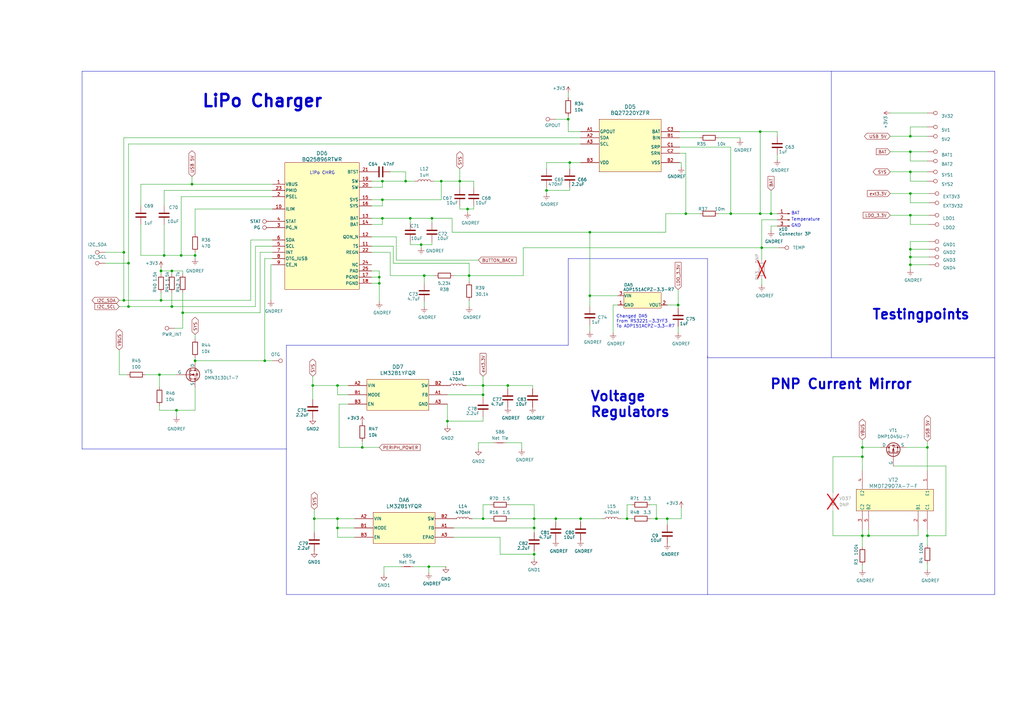
<source format=kicad_sch>
(kicad_sch (version 20250114) (generator "eeschema") (generator_version "9.0")
  (paper "A3")
  (title_block (title "Flipper Device DIY") (rev "13.F7B9C6") (company "Originally from : Flipper Devices Inc.") (comment 1 "DIY Version 1.0"))
  (lib_symbols
    (symbol "BQ25896RTWR:BQ25896RTWR" (pin_names (offset 0.254))
      (property "Reference" "DD6" (at 0 38.1 0))
      (property "Value" "BQ25896RTWR" (at 0 35.56 0))
      (symbol "BQ25896RTWR_0_1"
        (pin power_in line (at -20.32 25.4 0) (length 5.08) (name "VBUS") (number "1"))
        (pin output line (at -20.32 22.86 0) (length 5.08) (name "PMID") (number "23"))
        (pin input line (at -20.32 20.32 0) (length 5.08) (name "PSEL") (number "2"))
        (pin input line (at -20.32 15.24 0) (length 5.08) (name "ILIM") (number "10"))
        (pin open_collector line (at -20.32 10.16 0) (length 5.08) (name "STAT") (number "4"))
        (pin bidirectional line (at -20.32 2.54 0) (length 5.08) (name "SDA") (number "6"))
        (pin input line (at -20.32 0 0) (length 5.08) (name "SCL") (number "5"))
        (pin bidirectional line (at -20.32 -2.54 0) (length 5.08) (name "INT") (number "7"))
        (pin input line (at -20.32 -5.08 0) (length 5.08) (name "OTG_IUSB") (number "8"))
        (pin input line (at -20.32 -7.62 0) (length 5.08) (name "CE_N") (number "9"))
        (pin power_in line (at 20.32 30.48 180) (length 5.08) (name "BTST") (number "21"))
        (pin power_in line (at 20.32 26.67 180) (length 5.08) (name "SW") (number "19"))
        (pin power_in line (at 20.32 24.13 180) (length 5.08) (name "SW") (number "20"))
        (pin input line (at 20.32 19.05 180) (length 5.08) (name "SYS") (number "15"))
        (pin input line (at 20.32 16.51 180) (length 5.08) (name "SYS") (number "16"))
        (pin power_in line (at 20.32 11.43 180) (length 5.08) (name "BAT") (number "13"))
        (pin power_in line (at 20.32 8.89 180) (length 5.08) (name "BAT") (number "14"))
        (pin input line (at 20.32 3.81 180) (length 5.08) (name "QON_N") (number "12"))
        (pin input line (at 20.32 0 180) (length 5.08) (name "TS") (number "11"))
        (pin power_in line (at 20.32 -2.54 180) (length 5.08) (name "REGN") (number "22"))
        (pin unspecified line (at 20.32 -7.62 180) (length 5.08) (name "NC") (number "24"))
        (pin power_in line (at 20.32 -10.16 180) (length 5.08) (name "PAD") (number "25"))
        (pin power_in line (at 20.32 -12.7 180) (length 5.08) (name "PGND") (number "17"))
        (pin power_in line (at 20.32 -15.24 180) (length 5.08) (name "PGND") (number "18"))
      )
      (symbol "BQ25896RTWR_1_1"
        (pin open_collector line (at -20.32 7.62 0) (length 5.08) (name "PG_N") (number "3"))
      )
    )
    (symbol "BQ27220YZFR:BQ27220YZFR" (pin_names (offset 0.254))
      (property "Reference" "DD5" (at 20.32 10.16 0))
      (property "Value" "BQ27220YZFR" (at 20.32 7.62 0))
      (symbol "BQ27220YZFR_0_1"
        (pin output line (at 0 0 0) (length 7.62) (name "GPOUT") (number "A1"))
        (pin bidirectional line (at 0 -2.54 0) (length 7.62) (name "SDA") (number "A2"))
        (pin bidirectional line (at 0 -5.08 0) (length 7.62) (name "SCL") (number "A3"))
        (pin power_in line (at 0 -12.7 0) (length 7.62) (name "VDD") (number "B3"))
        (pin input line (at 40.64 0 180) (length 7.62) (name "BAT") (number "C3"))
        (pin input line (at 40.64 -6.35 180) (length 7.62) (name "SRP") (number "C1"))
        (pin input line (at 40.64 -8.89 180) (length 7.62) (name "SRN") (number "C2"))
        (pin power_in line (at 40.64 -12.7 180) (length 7.62) (name "VSS") (number "B2"))
      )
      (symbol "BQ27220YZFR_1_1"
        (pin input line (at 40.64 -2.54 180) (length 7.62) (name "BIN") (number "B1"))
      )
    )
    (symbol "Connector2:Conn_01x03_Male" (pin_names (offset 1.016) (hide yes))
      (property "Reference" "J" (at 0 5.08 0))
      (property "Value" "Conn_01x03_Male" (at 0 -5.08 0))
      (symbol "Conn_01x03_Male_1_1"
        (pin passive line (at 5.08 2.54 180) (length 3.81) (name "Pin_1") (number "1"))
        (pin passive line (at 5.08 0 180) (length 3.81) (name "Pin_2") (number "2"))
        (pin passive line (at 5.08 -2.54 180) (length 3.81) (name "Pin_3") (number "3"))
      )
    )
    (symbol "Connector:TestPoint" (pin_numbers (hide yes)) (pin_names (offset 0.762) (hide yes))
      (property "Reference" "TP" (at 0 6.858 0))
      (property "Value" "TestPoint" (at 0 5.08 0))
      (symbol "TestPoint_1_1"
        (pin passive line (at 0 0 90) (length 2.54) (name "1") (number "1"))
      )
    )
    (symbol "Device:C" (pin_numbers (hide yes)) (pin_names (offset 0.254))
      (property "Reference" "C" (at 0.635 2.54 0))
      (property "Value" "C" (at 0.635 -2.54 0))
      (symbol "C_1_1"
        (pin passive line (at 0 3.81 270) (length 2.794) (name "~") (number "1"))
        (pin passive line (at 0 -3.81 90) (length 2.794) (name "~") (number "2"))
      )
    )
    (symbol "Device:D" (pin_numbers (hide yes)) (pin_names (offset 1.016) (hide yes))
      (property "Reference" "D" (at 0 2.54 0))
      (property "Value" "D" (at 0 -2.54 0))
      (symbol "D_1_1"
        (pin passive line (at -3.81 0 0) (length 2.54) (name "K") (number "1"))
        (pin passive line (at 3.81 0 180) (length 2.54) (name "A") (number "2"))
      )
    )
    (symbol "Device:L" (pin_numbers (hide yes)) (pin_names (offset 1.016) (hide yes))
      (property "Reference" "L" (at -1.27 0 90))
      (property "Value" "L" (at 1.905 0 90))
      (symbol "L_1_1"
        (pin passive line (at 0 3.81 270) (length 1.27) (name "1") (number "1"))
        (pin passive line (at 0 -3.81 90) (length 1.27) (name "2") (number "2"))
      )
    )
    (symbol "Device:NetTie_2" (pin_numbers (hide yes)) (pin_names (offset 0) (hide yes)) (in_bom no)
      (property "Reference" "NT" (at 0 1.27 0))
      (property "Value" "NetTie_2" (at 0 -1.27 0))
      (symbol "NetTie_2_1_1"
        (pin passive line (at -2.54 0 0) (length 2.54) (name "1") (number "1"))
        (pin passive line (at 2.54 0 180) (length 2.54) (name "2") (number "2"))
      )
    )
    (symbol "Device:R" (pin_numbers (hide yes)) (pin_names (offset 0))
      (property "Reference" "R" (at 2.032 0 90))
      (property "Value" "R" (at 0 0 90))
      (symbol "R_1_1"
        (pin passive line (at 0 3.81 270) (length 1.27) (name "~") (number "1"))
        (pin passive line (at 0 -3.81 90) (length 1.27) (name "~") (number "2"))
      )
    )
    (symbol "Flipper_Zero_Lib:RS3221-3.3YF3" (pin_names (offset 0.0001))
      (property "Reference" "DA5" (at -5.715 1.905 0))
      (property "Value" "ADP151ACPZ-3.3-R7" (at 2.54 0 0))
      (symbol "RS3221-3.3YF3_1_1"
        (pin input line (at -10.16 -2.54 0) (length 2.54) (name "VIN") (number "3"))
        (pin output line (at -10.16 -6.35 0) (length 2.54) (name "GND") (number "1"))
        (pin output line (at 10.16 -6.35 180) (length 2.54) (name "VOUT") (number "2"))
      )
    )
    (symbol "LM3281YFQR:LM3281YFQR" (pin_names (offset 0.254))
      (property "Reference" "U1" (at 20.32 10.16 0))
      (property "Value" "LM3281YFQR" (at 20.32 7.62 0))
      (symbol "LM3281YFQR_0_1"
        (pin input line (at 0 2.54 0) (length 7.62) (name "VIN") (number "A2"))
        (pin unspecified line (at 0 -1.27 0) (length 7.62) (name "MODE") (number "B1"))
        (pin unspecified line (at 40.64 2.54 180) (length 7.62) (name "SW") (number "B2"))
        (pin output line (at 40.64 -1.27 180) (length 7.62) (name "FB") (number "A1"))
      )
      (symbol "LM3281YFQR_1_1"
        (pin unspecified line (at 0 -5.08 0) (length 7.62) (name "EN") (number "B3"))
        (pin unspecified line (at 40.64 -5.08 180) (length 7.62) (name "EPAD") (number "A3"))
      )
    )
    (symbol "LM3281YFQR_1" (pin_names (offset 0.254))
      (property "Reference" "DD7" (at 20.32 10.16 0))
      (property "Value" "LM3281YFQR" (at 20.32 7.62 0))
      (symbol "LM3281YFQR_1_0_1"
        (pin input line (at 0 2.54 0) (length 7.62) (name "VIN") (number "A2"))
        (pin unspecified line (at 0 -1.27 0) (length 7.62) (name "MODE") (number "B1"))
        (pin unspecified line (at 40.64 2.54 180) (length 7.62) (name "SW") (number "B2"))
        (pin output line (at 40.64 -1.27 180) (length 7.62) (name "FB") (number "A1"))
      )
      (symbol "LM3281YFQR_1_1_1"
        (pin unspecified line (at 0 -5.08 0) (length 7.62) (name "EN") (number "B3"))
        (pin unspecified line (at 40.64 -5.08 180) (length 7.62) (name "GND") (number "A3"))
      )
    )
    (symbol "MMDT2907A-7-F:MMDT2907A-7-F" (pin_names (offset 0.254))
      (property "Reference" "U3" (at 55.88 6.35 0))
      (property "Value" "MMDT2907A-7-F" (at 55.88 3.81 0))
      (symbol "MMDT2907A-7-F_0_1"
        (pin unspecified line (at 12.7 16.51 270) (length 7.62) (name "E2") (number "4"))
        (pin unspecified line (at 12.7 -7.62 90) (length 7.62) (name "C2") (number "3"))
        (pin unspecified line (at 15.24 -7.62 90) (length 7.62) (name "B2") (number "5"))
        (pin unspecified line (at 35.56 -7.62 90) (length 7.62) (name "B1") (number "2"))
        (pin unspecified line (at 39.37 16.51 270) (length 7.62) (name "E1") (number "1"))
        (pin unspecified line (at 39.37 -7.62 90) (length 7.62) (name "C1") (number "6"))
      )
    )
    (symbol "Simulation_SPICE:NMOS" (pin_numbers (hide yes)) (pin_names (offset 0))
      (property "Reference" "Q" (at 5.08 1.27 0))
      (property "Value" "NMOS" (at 5.08 -1.27 0))
      (symbol "NMOS_1_1"
        (pin input line (at -5.08 0 0) (length 2.54) (name "G") (number "2"))
        (pin passive line (at 2.54 5.08 270) (length 2.54) (name "D") (number "1"))
        (pin passive line (at 2.54 -5.08 90) (length 2.54) (name "S") (number "3"))
      )
    )
    (symbol "Simulation_SPICE:PMOS" (pin_numbers (hide yes)) (pin_names (offset 0))
      (property "Reference" "Q" (at 5.08 1.27 0))
      (property "Value" "PMOS" (at 5.08 -1.27 0))
      (symbol "PMOS_1_1"
        (pin input line (at -5.08 0 0) (length 2.54) (name "G") (number "2"))
        (pin passive line (at 2.54 5.08 270) (length 2.54) (name "D") (number "1"))
        (pin passive line (at 2.54 -5.08 90) (length 2.54) (name "S") (number "3"))
      )
    )
    (symbol "power:+3V3" (power) (pin_names (offset 0))
      (property "Value" "+3V3" (at 0 3.556 0))
      (symbol "+3V3_1_1"
        (pin power_in line (at 0 0 90) (length 0) (hide yes) (name "+3V3") (number "1"))
      )
    )
    (symbol "power:GND" (power) (pin_numbers (hide yes)) (pin_names (offset 0) (hide yes))
      (property "Value" "GND" (at 0 -3.81 0))
      (symbol "GND_1_1"
        (pin power_in line (at 0 0 270) (length 0) (name "~") (number "1"))
      )
    )
    (symbol "power:GND1" (power) (pin_names (offset 0))
      (property "Value" "GND1" (at 0 -3.81 0))
      (symbol "GND1_1_1"
        (pin power_in line (at 0 0 270) (length 0) (hide yes) (name "GND1") (number "1"))
      )
    )
    (symbol "power:GND2" (power) (pin_names (offset 0))
      (property "Value" "GND2" (at 0 -3.81 0))
      (symbol "GND2_1_1"
        (pin power_in line (at 0 0 270) (length 0) (hide yes) (name "GND2") (number "1"))
      )
    )
    (symbol "power:GNDREF" (power) (pin_names (offset 0))
      (property "Value" "GNDREF" (at 0 -3.81 0))
      (symbol "GNDREF_1_1"
        (pin power_in line (at 0 0 270) (length 0) (hide yes) (name "GNDREF") (number "1"))
      )
    )
  )
  (text "LiPo CHRG" (at 127 71.755 0) (effects (font (size 1.27 1.27)) (justify left bottom)))
  (text "PNP Current Mirror" (at 315.595 160.02 0) (effects (font (size 4 4) (bold yes)) (justify left bottom)))
  (text "GND" (at 324.485 93.345 0) (effects (font (size 1.27 1.27)) (justify left bottom)))
  (text "BAT" (at 324.485 88.265 0) (effects (font (size 1.27 1.27)) (justify left bottom)))
  (text "Testingpoints" (at 357.505 131.445 0) (effects (font (size 4 4) (bold yes)) (justify left bottom)))
  (text "Changed DA5 \nFrom RS3221-3.3YF3\nTo ADP151ACPZ-3.3-R7\n" (at 252.73 134.62 0) (effects (font (size 1.27 1.27)) (justify left bottom)))
  (text "Voltage\nRegulators" (at 241.935 171.45 0) (effects (font (size 4 4) (thickness 0.8) (bold yes)) (justify left bottom)))
  (text "LiPo Charger" (at 82.55 44.45 0) (effects (font (size 5 5) (thickness 1) (bold yes)) (justify left bottom)))
  (text "Temperature" (at 324.485 90.805 0) (effects (font (size 1.27 1.27)) (justify left bottom)))
  (junction (at 219.075 227.33))
  (junction (at 373.38 105.41))
  (junction (at 52.705 107.95))
  (junction (at 74.93 128.27))
  (junction (at 373.38 102.235))
  (junction (at 278.13 125.095))
  (junction (at 50.8 123.19))
  (junction (at 191.77 85.725))
  (junction (at 241.935 121.285))
  (junction (at 138.43 216.535))
  (junction (at 172.72 100.33))
  (junction (at 311.785 87.63))
  (junction (at 353.695 183.515))
  (junction (at 198.12 161.925))
  (junction (at 373.38 62.23))
  (junction (at 156.845 89.535))
  (junction (at 311.785 53.975))
  (junction (at 70.485 111.125))
  (junction (at 257.175 212.725))
  (junction (at 373.38 79.375))
  (junction (at 80.01 104.775))
  (junction (at 70.485 125.73))
  (junction (at 173.99 113.03))
  (junction (at 269.24 212.725))
  (junction (at 198.12 212.725))
  (junction (at 155.575 113.665))
  (junction (at 233.68 66.675))
  (junction (at 353.695 219.71))
  (junction (at 312.42 101.6))
  (junction (at 219.075 212.725))
  (junction (at 108.585 147.955))
  (junction (at 227.965 212.725))
  (junction (at 65.405 153.67))
  (junction (at 66.04 123.19))
  (junction (at 219.075 216.535))
  (junction (at 52.705 125.73))
  (junction (at 177.165 89.535))
  (junction (at 128.27 158.115))
  (junction (at 183.515 172.72))
  (junction (at 74.295 104.775))
  (junction (at 192.405 113.03))
  (junction (at 180.975 74.295))
  (junction (at 78.74 75.565))
  (junction (at 233.045 48.895))
  (junction (at 175.895 232.41))
  (junction (at 373.38 55.88))
  (junction (at 198.12 158.115))
  (junction (at 356.235 219.71))
  (junction (at 373.38 70.485))
  (junction (at 128.905 212.725))
  (junction (at 155.575 116.205))
  (junction (at 156.845 74.295))
  (junction (at 373.38 108.585))
  (junction (at 299.72 87.63))
  (junction (at 80.01 147.955))
  (junction (at 273.685 212.725))
  (junction (at 50.8 103.505))
  (junction (at 67.31 104.775))
  (junction (at 72.39 168.275))
  (junction (at 353.695 187.325))
  (junction (at 166.37 74.295))
  (junction (at 373.38 88.265))
  (junction (at 380.365 183.515))
  (junction (at 188.595 74.295))
  (junction (at 224.155 78.105))
  (junction (at 316.23 87.63))
  (junction (at 168.275 89.535))
  (junction (at 148.59 183.515))
  (junction (at 380.365 219.71))
  (junction (at 208.28 158.115))
  (junction (at 241.935 95.25))
  (junction (at 238.125 212.725))
  (junction (at 66.04 111.125))
  (junction (at 281.305 87.63))
  (junction (at 138.43 212.725))
  (junction (at 138.43 158.115))
  (junction (at 156.845 81.915))
  (wire (pts (xy 373.38 79.375) (xy 381 79.375)))
  (wire (pts (xy 186.055 216.535) (xy 219.075 216.535)))
  (wire (pts (xy 128.27 154.305) (xy 128.27 158.115)))
  (wire (pts (xy 148.59 183.515) (xy 155.575 183.515)))
  (wire (pts (xy 52.705 107.95) (xy 52.705 125.73)))
  (wire (pts (xy 380.365 219.71) (xy 380.365 217.17)))
  (wire (pts (xy 152.4 74.295) (xy 156.845 74.295)))
  (wire (pts (xy 111.125 108.585) (xy 111.125 123.19)))
  (wire (pts (xy 353.695 219.71) (xy 341.63 219.71)))
  (wire (pts (xy 233.68 66.675) (xy 238.125 66.675)))
  (polyline (pts (xy 33.655 29.21) (xy 340.995 29.21)))
  (wire (pts (xy 152.4 92.075) (xy 156.845 92.075)))
  (wire (pts (xy 381 83.185) (xy 373.38 83.185)))
  (wire (pts (xy 380.365 66.04) (xy 373.38 66.04)))
  (wire (pts (xy 192.405 113.03) (xy 186.055 113.03)))
  (wire (pts (xy 341.63 219.71) (xy 341.63 209.55)))
  (wire (pts (xy 78.74 75.565) (xy 111.76 75.565)))
  (wire (pts (xy 273.05 87.63) (xy 281.305 87.63)))
  (wire (pts (xy 139.065 165.735) (xy 142.875 165.735)))
  (wire (pts (xy 233.045 38.1) (xy 233.045 40.005)))
  (wire (pts (xy 111.76 85.725) (xy 80.01 85.725)))
  (wire (pts (xy 106.68 103.505) (xy 106.68 128.27)))
  (wire (pts (xy 74.93 112.395) (xy 74.93 111.125)))
  (wire (pts (xy 183.515 172.72) (xy 183.515 174.625)))
  (wire (pts (xy 257.175 207.01) (xy 257.175 212.725)))
  (wire (pts (xy 380.365 183.515) (xy 371.475 183.515)))
  (wire (pts (xy 161.29 100.965) (xy 161.29 107.95)))
  (wire (pts (xy 183.515 172.72) (xy 183.515 165.735)))
  (wire (pts (xy 155.575 111.125) (xy 155.575 113.665)))
  (wire (pts (xy 188.595 74.295) (xy 180.975 74.295)))
  (wire (pts (xy 219.075 216.535) (xy 219.075 218.44)))
  (wire (pts (xy 311.785 87.63) (xy 316.23 87.63)))
  (wire (pts (xy 186.055 220.345) (xy 205.105 220.345)))
  (wire (pts (xy 155.575 116.205) (xy 155.575 123.825)))
  (wire (pts (xy 194.31 74.295) (xy 188.595 74.295)))
  (wire (pts (xy 80.01 147.955) (xy 80.01 148.59)))
  (wire (pts (xy 376.555 219.71) (xy 356.235 219.71)))
  (wire (pts (xy 128.905 208.915) (xy 128.905 212.725)))
  (wire (pts (xy 233.045 48.895) (xy 227.965 48.895)))
  (wire (pts (xy 365.125 70.485) (xy 373.38 70.485)))
  (wire (pts (xy 156.845 92.075) (xy 156.845 89.535)))
  (wire (pts (xy 273.685 212.725) (xy 279.4 212.725)))
  (wire (pts (xy 380.365 74.295) (xy 373.38 74.295)))
  (wire (pts (xy 185.42 89.535) (xy 185.42 95.25)))
  (wire (pts (xy 380.365 193.04) (xy 380.365 183.515)))
  (wire (pts (xy 169.545 232.41) (xy 175.895 232.41)))
  (wire (pts (xy 233.045 47.625) (xy 233.045 48.895)))
  (wire (pts (xy 177.165 89.535) (xy 185.42 89.535)))
  (wire (pts (xy 50.8 103.505) (xy 50.8 123.19)))
  (wire (pts (xy 233.68 78.105) (xy 233.68 76.835)))
  (wire (pts (xy 162.56 97.155) (xy 162.56 106.68)))
  (wire (pts (xy 299.72 87.63) (xy 311.785 87.63)))
  (wire (pts (xy 208.915 212.725) (xy 219.075 212.725)))
  (wire (pts (xy 373.38 88.265) (xy 381 88.265)))
  (wire (pts (xy 365.125 88.265) (xy 373.38 88.265)))
  (wire (pts (xy 128.905 212.725) (xy 128.905 218.44)))
  (wire (pts (xy 43.18 107.95) (xy 52.705 107.95)))
  (wire (pts (xy 161.29 107.95) (xy 192.405 107.95)))
  (wire (pts (xy 214.63 101.6) (xy 214.63 113.03)))
  (wire (pts (xy 156.845 84.455) (xy 152.4 84.455)))
  (wire (pts (xy 227.965 213.995) (xy 227.965 212.725)))
  (wire (pts (xy 66.04 111.125) (xy 66.04 112.395)))
  (wire (pts (xy 152.4 111.125) (xy 155.575 111.125)))
  (wire (pts (xy 156.845 81.915) (xy 156.845 84.455)))
  (wire (pts (xy 57.785 84.455) (xy 57.785 75.565)))
  (wire (pts (xy 177.165 100.33) (xy 172.72 100.33)))
  (wire (pts (xy 188.595 85.725) (xy 191.77 85.725)))
  (wire (pts (xy 70.485 111.125) (xy 66.04 111.125)))
  (wire (pts (xy 66.04 109.855) (xy 66.04 111.125)))
  (wire (pts (xy 312.42 101.6) (xy 214.63 101.6)))
  (wire (pts (xy 224.155 78.105) (xy 233.68 78.105)))
  (wire (pts (xy 312.42 101.6) (xy 312.42 106.68)))
  (wire (pts (xy 70.485 112.395) (xy 70.485 111.125)))
  (wire (pts (xy 177.165 89.535) (xy 168.275 89.535)))
  (wire (pts (xy 71.755 134.62) (xy 74.93 134.62)))
  (polyline (pts (xy 33.655 184.15) (xy 117.475 184.15)))
  (wire (pts (xy 198.12 158.115) (xy 198.12 161.925)))
  (wire (pts (xy 387.985 191.135) (xy 387.985 219.71)))
  (wire (pts (xy 373.38 62.23) (xy 380.365 62.23)))
  (wire (pts (xy 192.405 115.57) (xy 192.405 113.03)))
  (wire (pts (xy 65.405 168.275) (xy 72.39 168.275)))
  (wire (pts (xy 213.995 181.61) (xy 213.995 184.15)))
  (wire (pts (xy 238.125 56.515) (xy 50.8 56.515)))
  (wire (pts (xy 157.48 232.41) (xy 164.465 232.41)))
  (wire (pts (xy 381 92.075) (xy 373.38 92.075)))
  (wire (pts (xy 273.685 212.725) (xy 269.24 212.725)))
  (wire (pts (xy 156.845 74.295) (xy 166.37 74.295)))
  (wire (pts (xy 318.77 53.975) (xy 318.77 55.88)))
  (wire (pts (xy 380.365 52.07) (xy 373.38 52.07)))
  (wire (pts (xy 50.8 123.19) (xy 66.04 123.19)))
  (wire (pts (xy 238.125 212.725) (xy 247.015 212.725)))
  (polyline (pts (xy 33.655 29.21) (xy 33.655 184.15)))
  (wire (pts (xy 224.155 66.675) (xy 233.68 66.675)))
  (wire (pts (xy 387.985 219.71) (xy 380.365 219.71)))
  (wire (pts (xy 156.845 89.535) (xy 152.4 89.535)))
  (wire (pts (xy 104.775 100.965) (xy 104.775 125.73)))
  (wire (pts (xy 266.7 207.01) (xy 269.24 207.01)))
  (wire (pts (xy 278.765 53.975) (xy 311.785 53.975)))
  (wire (pts (xy 353.695 183.515) (xy 353.695 187.325)))
  (wire (pts (xy 172.72 100.33) (xy 172.72 101.6)))
  (polyline (pts (xy 117.475 184.15) (xy 117.475 141.605)))
  (wire (pts (xy 142.875 161.925) (xy 138.43 161.925)))
  (wire (pts (xy 48.895 143.51) (xy 48.895 153.67)))
  (wire (pts (xy 233.045 53.975) (xy 233.045 48.895)))
  (wire (pts (xy 138.43 161.925) (xy 138.43 158.115)))
  (wire (pts (xy 224.155 76.835) (xy 224.155 78.105)))
  (wire (pts (xy 80.01 168.275) (xy 80.01 158.75)))
  (wire (pts (xy 373.38 99.06) (xy 373.38 102.235)))
  (wire (pts (xy 198.12 172.72) (xy 183.515 172.72)))
  (wire (pts (xy 139.065 183.515) (xy 139.065 165.735)))
  (wire (pts (xy 316.23 87.63) (xy 318.77 87.63)))
  (wire (pts (xy 205.105 227.33) (xy 219.075 227.33)))
  (polyline (pts (xy 117.475 184.15) (xy 117.475 243.84)))
  (wire (pts (xy 72.39 168.275) (xy 72.39 170.815)))
  (wire (pts (xy 251.46 125.095) (xy 251.46 136.525)))
  (wire (pts (xy 281.305 62.865) (xy 278.765 62.865)))
  (wire (pts (xy 52.07 153.67) (xy 48.895 153.67)))
  (wire (pts (xy 74.93 134.62) (xy 74.93 128.27)))
  (wire (pts (xy 208.28 158.115) (xy 208.28 159.385)))
  (wire (pts (xy 341.63 187.325) (xy 353.695 187.325)))
  (wire (pts (xy 353.695 217.17) (xy 353.695 219.71)))
  (wire (pts (xy 152.4 81.915) (xy 156.845 81.915)))
  (wire (pts (xy 241.935 95.25) (xy 273.05 95.25)))
  (wire (pts (xy 145.415 220.345) (xy 138.43 220.345)))
  (wire (pts (xy 312.42 114.3) (xy 312.42 116.84)))
  (wire (pts (xy 183.515 161.925) (xy 198.12 161.925)))
  (wire (pts (xy 192.405 107.95) (xy 192.405 113.03)))
  (wire (pts (xy 156.845 76.835) (xy 156.845 74.295)))
  (wire (pts (xy 138.43 158.115) (xy 142.875 158.115)))
  (wire (pts (xy 74.93 128.27) (xy 74.93 120.015)))
  (wire (pts (xy 168.275 89.535) (xy 156.845 89.535)))
  (wire (pts (xy 111.76 100.965) (xy 104.775 100.965)))
  (wire (pts (xy 180.975 81.915) (xy 156.845 81.915)))
  (wire (pts (xy 52.705 125.73) (xy 48.895 125.73)))
  (wire (pts (xy 198.12 170.815) (xy 198.12 172.72)))
  (wire (pts (xy 188.595 84.455) (xy 188.595 85.725)))
  (wire (pts (xy 66.04 120.015) (xy 66.04 123.19)))
  (wire (pts (xy 316.23 78.105) (xy 316.23 87.63)))
  (wire (pts (xy 177.8 74.295) (xy 180.975 74.295)))
  (wire (pts (xy 219.075 226.06) (xy 219.075 227.33)))
  (wire (pts (xy 224.155 69.215) (xy 224.155 66.675)))
  (wire (pts (xy 191.77 85.725) (xy 191.77 86.995)))
  (wire (pts (xy 373.38 55.88) (xy 380.365 55.88)))
  (wire (pts (xy 180.975 74.295) (xy 180.975 81.915)))
  (wire (pts (xy 111.76 106.045) (xy 108.585 106.045)))
  (wire (pts (xy 57.785 75.565) (xy 78.74 75.565)))
  (wire (pts (xy 198.12 154.305) (xy 198.12 158.115)))
  (polyline (pts (xy 233.045 106.045) (xy 290.195 106.045)))
  (wire (pts (xy 373.38 52.07) (xy 373.38 55.88)))
  (wire (pts (xy 227.965 212.725) (xy 219.075 212.725)))
  (wire (pts (xy 145.415 216.535) (xy 138.43 216.535)))
  (polyline (pts (xy 340.995 146.685) (xy 290.195 146.685)))
  (wire (pts (xy 219.075 227.33) (xy 219.075 229.235)))
  (wire (pts (xy 373.38 83.185) (xy 373.38 79.375)))
  (wire (pts (xy 294.64 56.515) (xy 303.53 56.515)))
  (wire (pts (xy 278.13 125.095) (xy 278.13 126.365)))
  (wire (pts (xy 104.775 125.73) (xy 70.485 125.73)))
  (wire (pts (xy 311.785 53.975) (xy 318.77 53.975)))
  (wire (pts (xy 205.105 220.345) (xy 205.105 227.33)))
  (wire (pts (xy 111.76 103.505) (xy 106.68 103.505)))
  (wire (pts (xy 74.93 111.125) (xy 70.485 111.125)))
  (wire (pts (xy 148.59 183.515) (xy 139.065 183.515)))
  (wire (pts (xy 207.645 181.61) (xy 213.995 181.61)))
  (wire (pts (xy 59.69 153.67) (xy 65.405 153.67)))
  (wire (pts (xy 188.595 74.295) (xy 188.595 76.835)))
  (polyline (pts (xy 117.475 243.84) (xy 290.195 243.84)))
  (wire (pts (xy 312.42 101.6) (xy 319.405 101.6)))
  (wire (pts (xy 311.785 87.63) (xy 311.785 53.975)))
  (wire (pts (xy 341.63 201.93) (xy 341.63 187.325)))
  (wire (pts (xy 278.765 60.325) (xy 299.72 60.325)))
  (wire (pts (xy 238.125 213.995) (xy 238.125 212.725)))
  (wire (pts (xy 198.12 207.01) (xy 198.12 212.725)))
  (wire (pts (xy 373.38 74.295) (xy 373.38 70.485)))
  (polyline (pts (xy 117.475 141.605) (xy 233.045 141.605)))
  (wire (pts (xy 80.01 146.685) (xy 80.01 147.955)))
  (wire (pts (xy 373.38 92.075) (xy 373.38 88.265)))
  (wire (pts (xy 52.705 59.055) (xy 52.705 107.95)))
  (wire (pts (xy 365.125 55.88) (xy 373.38 55.88)))
  (wire (pts (xy 279.4 66.675) (xy 278.765 66.675)))
  (wire (pts (xy 148.59 180.975) (xy 148.59 183.515)))
  (wire (pts (xy 381 99.06) (xy 373.38 99.06)))
  (wire (pts (xy 316.23 92.71) (xy 318.77 92.71)))
  (wire (pts (xy 166.37 70.485) (xy 166.37 74.295)))
  (wire (pts (xy 233.68 66.675) (xy 233.68 69.215)))
  (wire (pts (xy 381 108.585) (xy 373.38 108.585)))
  (wire (pts (xy 238.125 59.055) (xy 52.705 59.055)))
  (wire (pts (xy 50.8 56.515) (xy 50.8 103.505)))
  (wire (pts (xy 65.405 166.37) (xy 65.405 168.275)))
  (wire (pts (xy 172.72 100.33) (xy 168.275 100.33)))
  (wire (pts (xy 361.315 183.515) (xy 353.695 183.515)))
  (wire (pts (xy 241.935 121.285) (xy 241.935 125.73)))
  (wire (pts (xy 177.165 91.44) (xy 177.165 89.535)))
  (wire (pts (xy 365.125 79.375) (xy 373.38 79.375)))
  (wire (pts (xy 373.38 66.04) (xy 373.38 62.23)))
  (wire (pts (xy 373.38 102.235) (xy 373.38 105.41)))
  (wire (pts (xy 198.12 212.725) (xy 201.295 212.725)))
  (wire (pts (xy 166.37 74.295) (xy 170.18 74.295)))
  (wire (pts (xy 155.575 113.665) (xy 155.575 116.205)))
  (wire (pts (xy 152.4 97.155) (xy 162.56 97.155)))
  (polyline (pts (xy 407.9692 146.7064) (xy 407.9817 146.7064)))
  (wire (pts (xy 219.075 207.01) (xy 219.075 212.725)))
  (wire (pts (xy 196.215 181.61) (xy 196.215 184.15)))
  (wire (pts (xy 380.365 219.71) (xy 380.365 223.52)))
  (wire (pts (xy 353.695 180.34) (xy 353.695 183.515)))
  (wire (pts (xy 177.165 99.06) (xy 177.165 100.33)))
  (wire (pts (xy 365.125 62.23) (xy 373.38 62.23)))
  (wire (pts (xy 279.4 68.58) (xy 279.4 66.675)))
  (wire (pts (xy 108.585 147.955) (xy 80.01 147.955)))
  (wire (pts (xy 67.31 92.075) (xy 67.31 104.775)))
  (wire (pts (xy 318.77 90.17) (xy 312.42 90.17)))
  (wire (pts (xy 373.38 108.585) (xy 373.38 110.49)))
  (wire (pts (xy 353.695 219.71) (xy 353.695 224.155)))
  (wire (pts (xy 273.685 125.095) (xy 278.13 125.095)))
  (wire (pts (xy 80.01 137.16) (xy 80.01 139.065)))
  (polyline (pts (xy 233.045 141.605) (xy 233.045 106.045)))
  (polyline (pts (xy 290.195 243.84) (xy 290.195 146.685)))
  (wire (pts (xy 219.075 212.725) (xy 219.075 216.535)))
  (wire (pts (xy 259.08 207.01) (xy 257.175 207.01)))
  (wire (pts (xy 57.785 104.775) (xy 67.31 104.775)))
  (wire (pts (xy 57.785 92.075) (xy 57.785 104.775)))
  (wire (pts (xy 281.305 87.63) (xy 281.305 62.865)))
  (wire (pts (xy 253.365 121.285) (xy 241.935 121.285)))
  (wire (pts (xy 269.24 212.725) (xy 266.7 212.725)))
  (wire (pts (xy 299.72 87.63) (xy 294.64 87.63)))
  (wire (pts (xy 299.72 60.325) (xy 299.72 87.63)))
  (wire (pts (xy 380.365 180.975) (xy 380.365 183.515)))
  (wire (pts (xy 152.4 116.205) (xy 155.575 116.205)))
  (wire (pts (xy 67.31 78.105) (xy 111.76 78.105)))
  (wire (pts (xy 194.31 76.835) (xy 194.31 74.295)))
  (wire (pts (xy 356.235 219.71) (xy 353.695 219.71)))
  (wire (pts (xy 157.48 232.41) (xy 157.48 235.585)))
  (polyline (pts (xy 407.9817 243.84) (xy 407.9817 146.7064)))
  (wire (pts (xy 108.585 106.045) (xy 108.585 147.955)))
  (wire (pts (xy 376.555 217.17) (xy 376.555 219.71)))
  (wire (pts (xy 192.405 123.19) (xy 192.405 125.73)))
  (wire (pts (xy 160.02 70.485) (xy 166.37 70.485)))
  (wire (pts (xy 65.405 153.67) (xy 65.405 158.75)))
  (wire (pts (xy 70.485 120.015) (xy 70.485 125.73)))
  (wire (pts (xy 278.13 133.985) (xy 278.13 136.525)))
  (wire (pts (xy 128.27 158.115) (xy 138.43 158.115)))
  (wire (pts (xy 188.595 69.215) (xy 188.595 74.295)))
  (wire (pts (xy 201.295 207.01) (xy 198.12 207.01)))
  (wire (pts (xy 198.12 161.925) (xy 198.12 163.195)))
  (wire (pts (xy 74.295 80.645) (xy 74.295 104.775)))
  (wire (pts (xy 238.125 212.725) (xy 227.965 212.725)))
  (wire (pts (xy 303.53 56.515) (xy 303.53 57.15)))
  (wire (pts (xy 168.275 91.44) (xy 168.275 89.535)))
  (wire (pts (xy 278.765 56.515) (xy 287.02 56.515)))
  (wire (pts (xy 202.565 181.61) (xy 196.215 181.61)))
  (wire (pts (xy 66.04 123.19) (xy 102.87 123.19)))
  (wire (pts (xy 381 102.235) (xy 373.38 102.235)))
  (wire (pts (xy 152.4 100.965) (xy 161.29 100.965)))
  (wire (pts (xy 198.12 158.115) (xy 208.28 158.115)))
  (wire (pts (xy 193.675 212.725) (xy 198.12 212.725)))
  (wire (pts (xy 173.99 113.03) (xy 173.99 116.205)))
  (wire (pts (xy 218.44 158.115) (xy 218.44 159.385)))
  (wire (pts (xy 178.435 113.03) (xy 173.99 113.03)))
  (polyline (pts (xy 290.195 146.685) (xy 290.195 146.05)))
  (wire (pts (xy 128.27 158.115) (xy 128.27 163.83)))
  (wire (pts (xy 241.935 95.25) (xy 241.935 121.285)))
  (wire (pts (xy 48.895 123.19) (xy 50.8 123.19)))
  (wire (pts (xy 365.125 46.355) (xy 380.365 46.355)))
  (wire (pts (xy 74.295 104.775) (xy 80.01 104.775)))
  (wire (pts (xy 273.685 215.265) (xy 273.685 212.725)))
  (wire (pts (xy 78.74 72.39) (xy 78.74 75.565)))
  (wire (pts (xy 80.01 104.775) (xy 80.01 106.045)))
  (polyline (pts (xy 407.9817 29.2314) (xy 407.9817 146.7064)))
  (polyline (pts (xy 290.195 243.84) (xy 407.9817 243.84)))
  (wire (pts (xy 173.99 113.03) (xy 160.02 113.03)))
  (wire (pts (xy 173.99 123.825) (xy 173.99 125.73)))
  (wire (pts (xy 175.895 232.41) (xy 182.88 232.41)))
  (wire (pts (xy 128.905 212.725) (xy 138.43 212.725)))
  (wire (pts (xy 67.31 104.775) (xy 74.295 104.775)))
  (wire (pts (xy 160.02 113.03) (xy 160.02 103.505)))
  (wire (pts (xy 160.02 103.505) (xy 152.4 103.505)))
  (wire (pts (xy 108.585 147.955) (xy 111.76 147.955)))
  (wire (pts (xy 373.38 105.41) (xy 373.38 108.585)))
  (wire (pts (xy 162.56 106.68) (xy 196.215 106.68)))
  (wire (pts (xy 43.18 103.505) (xy 50.8 103.505)))
  (wire (pts (xy 168.275 100.33) (xy 168.275 99.06)))
  (polyline (pts (xy 407.9817 146.7064) (xy 340.995 146.7064)))
  (wire (pts (xy 102.87 123.19) (xy 102.87 98.425)))
  (wire (pts (xy 67.31 84.455) (xy 67.31 78.105)))
  (wire (pts (xy 241.935 133.35) (xy 241.935 135.89)))
  (wire (pts (xy 102.87 98.425) (xy 111.76 98.425)))
  (wire (pts (xy 257.175 212.725) (xy 259.08 212.725)))
  (wire (pts (xy 254.635 212.725) (xy 257.175 212.725)))
  (wire (pts (xy 224.155 78.105) (xy 224.155 79.375)))
  (wire (pts (xy 65.405 153.67) (xy 72.39 153.67)))
  (wire (pts (xy 191.135 158.115) (xy 198.12 158.115)))
  (wire (pts (xy 279.4 212.725) (xy 279.4 208.28)))
  (wire (pts (xy 194.31 85.725) (xy 194.31 84.455)))
  (wire (pts (xy 287.02 87.63) (xy 281.305 87.63)))
  (wire (pts (xy 356.235 217.17) (xy 356.235 219.71)))
  (polyline (pts (xy 290.195 106.045) (xy 290.195 146.685)))
  (wire (pts (xy 353.695 231.775) (xy 353.695 233.68)))
  (wire (pts (xy 381 105.41) (xy 373.38 105.41)))
  (wire (pts (xy 253.365 125.095) (xy 251.46 125.095)))
  (wire (pts (xy 111.76 108.585) (xy 111.125 108.585)))
  (wire (pts (xy 380.365 231.14) (xy 380.365 233.68)))
  (wire (pts (xy 214.63 113.03) (xy 192.405 113.03)))
  (wire (pts (xy 80.01 104.775) (xy 80.01 103.505)))
  (wire (pts (xy 72.39 168.275) (xy 80.01 168.275)))
  (wire (pts (xy 106.68 128.27) (xy 74.93 128.27)))
  (wire (pts (xy 278.13 118.745) (xy 278.13 125.095)))
  (wire (pts (xy 353.695 187.325) (xy 353.695 193.04)))
  (wire (pts (xy 318.77 63.5) (xy 318.77 65.405)))
  (wire (pts (xy 312.42 90.17) (xy 312.42 101.6)))
  (wire (pts (xy 111.76 80.645) (xy 74.295 80.645)))
  (wire (pts (xy 208.915 207.01) (xy 219.075 207.01)))
  (polyline (pts (xy 340.995 29.2314) (xy 407.9817 29.2314)))
  (wire (pts (xy 269.24 207.01) (xy 269.24 212.725)))
  (wire (pts (xy 238.125 53.975) (xy 233.045 53.975)))
  (wire (pts (xy 273.05 95.25) (xy 273.05 87.63)))
  (wire (pts (xy 373.38 70.485) (xy 380.365 70.485)))
  (wire (pts (xy 175.895 232.41) (xy 175.895 234.95)))
  (polyline (pts (xy 340.995 146.685) (xy 340.995 29.21)))
  (wire (pts (xy 138.43 212.725) (xy 145.415 212.725)))
  (wire (pts (xy 191.77 85.725) (xy 194.31 85.725)))
  (wire (pts (xy 70.485 125.73) (xy 52.705 125.73)))
  (wire (pts (xy 316.23 94.615) (xy 316.23 92.71)))
  (wire (pts (xy 152.4 113.665) (xy 155.575 113.665)))
  (wire (pts (xy 138.43 216.535) (xy 138.43 212.725)))
  (wire (pts (xy 185.42 95.25) (xy 241.935 95.25)))
  (wire (pts (xy 80.01 85.725) (xy 80.01 95.885)))
  (wire (pts (xy 152.4 76.835) (xy 156.845 76.835)))
  (wire (pts (xy 366.395 191.135) (xy 387.985 191.135)))
  (wire (pts (xy 138.43 220.345) (xy 138.43 216.535)))
  (wire (pts (xy 208.28 158.115) (xy 218.44 158.115)))
  (global_label "I2C_SDA" (shape bidirectional) (at 48.895 123.19 180) (property "Intersheetrefs" "${INTERSHEET_REFS}" (effects (hide yes))))
  (global_label "LDO_3.3V" (shape input) (at 278.13 118.745 90) (property "Intersheetrefs" "${INTERSHEET_REFS}" (effects (hide yes))))
  (global_label "PERIPH_POWER" (shape input) (at 155.575 183.515 0) (property "Intersheetrefs" "${INTERSHEET_REFS}" (effects (hide yes))))
  (global_label "BAT" (shape input) (at 316.23 78.105 90) (property "Intersheetrefs" "${INTERSHEET_REFS}" (effects (hide yes))))
  (global_label "VBUS" (shape bidirectional) (at 353.695 180.34 90) (property "Intersheetrefs" "${INTERSHEET_REFS}" (effects (hide yes))))
  (global_label "USB 5V" (shape bidirectional) (at 380.365 180.975 90) (property "Intersheetrefs" "${INTERSHEET_REFS}" (effects (hide yes))))
  (global_label "SYS" (shape bidirectional) (at 128.905 208.915 90) (property "Intersheetrefs" "${INTERSHEET_REFS}" (effects (hide yes))))
  (global_label "ext3.3V" (shape input) (at 198.12 154.305 90) (property "Intersheetrefs" "${INTERSHEET_REFS}" (effects (hide yes))))
  (global_label "I2C_SCL" (shape input) (at 48.895 125.73 180) (property "Intersheetrefs" "${INTERSHEET_REFS}" (effects (hide yes))))
  (global_label "USB 5V" (shape bidirectional) (at 365.125 55.88 180) (property "Intersheetrefs" "${INTERSHEET_REFS}" (effects (hide yes))))
  (global_label "SYS" (shape bidirectional) (at 188.595 69.215 90) (property "Intersheetrefs" "${INTERSHEET_REFS}" (effects (hide yes))))
  (global_label "USB 5V" (shape bidirectional) (at 78.74 72.39 90) (property "Intersheetrefs" "${INTERSHEET_REFS}" (effects (hide yes))))
  (global_label "VBUS" (shape bidirectional) (at 48.895 143.51 90) (property "Intersheetrefs" "${INTERSHEET_REFS}" (effects (hide yes))))
  (global_label "SYS" (shape bidirectional) (at 80.01 137.16 90) (property "Intersheetrefs" "${INTERSHEET_REFS}" (effects (hide yes))))
  (global_label "BUTTON_BACK" (shape input) (at 196.215 106.68 0) (property "Intersheetrefs" "${INTERSHEET_REFS}" (effects (hide yes))))
  (global_label "SYS" (shape bidirectional) (at 128.27 154.305 90) (property "Intersheetrefs" "${INTERSHEET_REFS}" (effects (hide yes))))
  (global_label "LDO_3.3V" (shape input) (at 365.125 88.265 180) (property "Intersheetrefs" "${INTERSHEET_REFS}" (effects (hide yes))))
  (global_label "ext3.3V" (shape input) (at 365.125 79.375 180) (property "Intersheetrefs" "${INTERSHEET_REFS}" (effects (hide yes))))
  (global_label "BAT" (shape input) (at 365.125 62.23 180) (property "Intersheetrefs" "${INTERSHEET_REFS}" (effects (hide yes))))
  (global_label "SYS" (shape bidirectional) (at 365.125 70.485 180) (property "Intersheetrefs" "${INTERSHEET_REFS}" (effects (hide yes))))
  (symbol (lib_id "Device:C") (at 194.31 80.645 0) (mirror x) (unit 1)
    (property "Reference" "C68" (at 197.485 81.28 0) (effects (justify left)))
    (property "Value" "10uF" (at 194.945 83.185 0) (effects (justify left)))
    (property "Footprint" "Capacitor_SMD:C_0603_1608Metric" (effects (hide yes)))
  )
  (symbol (lib_id "Connector:TestPoint") (at 380.365 74.295 270) (unit 1)
    (property "Reference" "TP13" (effects (hide yes)))
    (property "Value" "SYS2" (at 386.08 75.565 90) (effects (justify left)))
    (property "Footprint" "TestPoint:TestPoint_Pad_1.0x1.0mm" (effects (hide yes)))
  )
  (symbol (lib_id "Connector:TestPoint") (at 381 99.06 270) (unit 1)
    (property "Reference" "TP18" (effects (hide yes)))
    (property "Value" "GND1" (at 386.715 100.33 90) (effects (justify left)))
    (property "Footprint" "TestPoint:TestPoint_Pad_1.0x1.0mm" (effects (hide yes)))
  )
  (symbol (lib_id "Simulation_SPICE:PMOS") (at 366.395 186.055 90) (unit 1)
    (property "Reference" "VT1" (at 366.395 176.53 90))
    (property "Value" "DMP1045U-7" (at 366.395 179.07 90))
    (property "Footprint" "Package_TO_SOT_SMD:SOT-23-3" (effects (hide yes)))
    (property "Datasheet" "https://ngspice.sourceforge.io/docs/ngspice-manual.pdf" (effects (hide yes)))
    (property "Sim.Device" "PMOS" (effects (hide yes)))
    (property "Sim.Type" "VDMOS" (effects (hide yes)))
    (property "Sim.Pins" "1=D 2=G 3=S" (effects (hide yes)))
  )
  (symbol (lib_id "power:GNDREF") (at 218.44 167.005 0) (unit 1)
    (property "Reference" "#PWR023" (effects (hide yes)))
    (property "Value" "GNDREF" (at 219.71 171.45 0))
  )
  (symbol (lib_id "Device:R") (at 380.365 227.33 180) (unit 1)
    (property "Reference" "R4" (at 377.825 229.87 90))
    (property "Value" "100k" (at 377.825 224.79 90))
    (property "Footprint" "Resistor_SMD:R_0402_1005Metric" (effects (hide yes)))
  )
  (symbol (lib_id "power:+3V3") (at 233.045 38.1 0) (unit 1)
    (property "Reference" "#PWR010" (effects (hide yes)))
    (property "Value" "+3V3" (at 229.235 36.195 0))
  )
  (symbol (lib_id "LM3281YFQR:LM3281YFQR") (at 145.415 215.265 0) (unit 1)
    (property "Reference" "DA6" (at 165.735 205.105 0) (effects (font (size 1.524 1.524))))
    (property "Value" "LM3281YFQR" (at 165.735 207.645 0) (effects (font (size 1.524 1.524))))
    (property "Footprint" "footprints:LM3281YFQR" (effects (hide yes)))
    (property "Datasheet" "LM3281YFQR" (effects (hide yes)))
  )
  (symbol (lib_id "power:GND1") (at 157.48 235.585 0) (unit 1)
    (property "Reference" "#PWR029" (effects (hide yes)))
    (property "Value" "GND1" (at 157.48 240.03 0))
  )
  (symbol (lib_id "power:GNDREF") (at 273.685 222.885 0) (unit 1)
    (property "Reference" "#PWR032" (effects (hide yes)))
    (property "Value" "GNDREF" (at 274.955 227.33 0))
  )
  (symbol (lib_id "power:+3V3") (at 365.125 46.355 90) (unit 1)
    (property "Reference" "#PWR036" (effects (hide yes)))
    (property "Value" "+3V3" (at 363.22 50.165 0))
  )
  (symbol (lib_id "power:GNDREF") (at 192.405 125.73 0) (unit 1)
    (property "Reference" "#PWR07" (effects (hide yes)))
    (property "Value" "GNDREF" (at 193.675 130.175 0))
  )
  (symbol (lib_id "Device:C") (at 224.155 73.025 0) (mirror x) (unit 1)
    (property "Reference" "C65" (at 227.33 73.66 0) (effects (justify left)))
    (property "Value" "470nF" (at 224.79 75.565 0) (effects (justify left)))
    (property "Footprint" "Capacitor_SMD:C_0402_1005Metric" (effects (hide yes)))
  )
  (symbol (lib_id "power:GNDREF") (at 312.42 116.84 0) (unit 1)
    (property "Reference" "#PWR015" (effects (hide yes)))
    (property "Value" "GNDREF" (at 313.69 121.285 0))
  )
  (symbol (lib_id "power:GND") (at 182.88 232.41 0) (unit 1)
    (property "Reference" "#PWR0159" (effects (hide yes)))
    (property "Value" "GND" (at 182.88 237.49 0))
    (property "Description" "Power symbol creates a global label with name \"GND\" , ground" (effects (hide yes)))
  )
  (symbol (lib_id "Connector:TestPoint") (at 227.965 48.895 90) (unit 1)
    (property "Reference" "TP5" (effects (hide yes)))
    (property "Value" "GPOUT" (at 226.695 51.435 90))
    (property "Footprint" "TestPoint:TestPoint_Pad_1.0x1.0mm" (effects (hide yes)))
  )
  (symbol (lib_id "Connector:TestPoint") (at 380.365 62.23 270) (unit 1)
    (property "Reference" "TP10" (effects (hide yes)))
    (property "Value" "BAT1" (at 386.08 63.5 90) (effects (justify left)))
    (property "Footprint" "TestPoint:TestPoint_Pad_1.0x1.0mm" (effects (hide yes)))
  )
  (symbol (lib_id "Connector:TestPoint") (at 381 79.375 270) (unit 1)
    (property "Reference" "TP14" (effects (hide yes)))
    (property "Value" "EXT3V3" (at 386.715 80.645 90) (effects (justify left)))
    (property "Footprint" "TestPoint:TestPoint_Pad_1.0x1.0mm" (effects (hide yes)))
  )
  (symbol (lib_id "power:+3V3") (at 66.04 109.855 0) (unit 1)
    (property "Reference" "#PWR02" (effects (hide yes)))
    (property "Value" "+3V3" (at 62.23 107.95 0))
  )
  (symbol (lib_id "power:GNDREF") (at 173.99 125.73 0) (unit 1)
    (property "Reference" "#PWR08" (effects (hide yes)))
    (property "Value" "GNDREF" (at 175.26 130.175 0))
  )
  (symbol (lib_id "Device:C") (at 233.68 73.025 0) (mirror x) (unit 1)
    (property "Reference" "C66" (at 236.855 73.66 0) (effects (justify left)))
    (property "Value" "2.2uF" (at 234.315 75.565 0) (effects (justify left)))
    (property "Footprint" "Capacitor_SMD:C_0402_1005Metric" (effects (hide yes)))
  )
  (symbol (lib_id "Device:NetTie_2") (at 205.105 181.61 0) (unit 1) (in_bom no)
    (property "Reference" "SB6" (at 205.105 177.165 0))
    (property "Value" "Net Tie" (at 205.105 179.705 0))
    (property "Footprint" "NetTie:NetTie-2_SMD_Pad0.5mm" (effects (hide yes)))
  )
  (symbol (lib_id "Flipper_Zero_Lib:RS3221-3.3YF3") (at 263.525 118.745 0) (unit 1)
    (property "Reference" "DA5" (at 257.81 116.84 0))
    (property "Value" "ADP151ACPZ-3.3-R7" (at 266.065 118.745 0))
    (property "Footprint" "Package_CSP:LFCSP-6-1EP_2x2mm_P0.65mm_EP1x1.6mm" (effects (hide yes)))
  )
  (symbol (lib_id "Device:R") (at 80.01 99.695 0) (unit 1)
    (property "Reference" "R36" (at 82.55 98.425 0) (effects (justify left)))
    (property "Value" "470" (at 82.55 100.965 0) (effects (justify left)))
    (property "Footprint" "Resistor_SMD:R_0402_1005Metric" (effects (hide yes)))
  )
  (symbol (lib_id "Connector:TestPoint") (at 43.18 107.95 90) (unit 1)
    (property "Reference" "TP23" (effects (hide yes)))
    (property "Value" "I2C_SCL" (at 39.878 105.41 90))
    (property "Footprint" "TestPoint:TestPoint_Pad_1.0x1.0mm" (effects (hide yes)))
  )
  (symbol (lib_id "power:GNDREF") (at 380.365 233.68 0) (unit 1)
    (property "Reference" "#PWR035" (effects (hide yes)))
    (property "Value" "GNDREF" (at 381.635 238.125 0))
  )
  (symbol (lib_id "Device:C") (at 241.935 129.54 0) (mirror x) (unit 1)
    (property "Reference" "C74" (at 245.11 130.175 0) (effects (justify left)))
    (property "Value" "1uF" (at 242.57 132.08 0) (effects (justify left)))
    (property "Footprint" "Capacitor_SMD:C_0402_1005Metric" (effects (hide yes)))
  )
  (symbol (lib_id "Device:R") (at 80.01 142.875 0) (unit 1)
    (property "Reference" "R44" (at 82.55 141.605 0) (effects (justify left)))
    (property "Value" "10k" (at 82.55 144.145 0) (effects (justify left)))
    (property "Footprint" "Resistor_SMD:R_0402_1005Metric" (effects (hide yes)))
  )
  (symbol (lib_id "BQ27220YZFR:BQ27220YZFR") (at 238.125 53.975 0) (unit 1)
    (property "Reference" "DD5" (at 258.445 43.815 0) (effects (font (size 1.524 1.524))))
    (property "Value" "BQ27220YZFR" (at 258.445 46.355 0) (effects (font (size 1.524 1.524))))
    (property "Footprint" "footprints:BQ27220YZFR" (effects (hide yes)))
    (property "Datasheet" "BQ27220YZFR" (effects (hide yes)))
  )
  (symbol (lib_id "Device:R") (at 353.695 227.965 180) (unit 1)
    (property "Reference" "R3" (at 351.155 230.505 90))
    (property "Value" "100k" (at 351.155 225.425 90))
    (property "Footprint" "Capacitor_SMD:C_0402_1005Metric" (effects (hide yes)))
  )
  (symbol (lib_id "Connector:TestPoint") (at 380.365 66.04 270) (unit 1)
    (property "Reference" "TP11" (effects (hide yes)))
    (property "Value" "BAT2" (at 386.08 67.31 90) (effects (justify left)))
    (property "Footprint" "TestPoint:TestPoint_Pad_1.0x1.0mm" (effects (hide yes)))
  )
  (symbol (lib_id "Device:R") (at 312.42 110.49 180) (unit 1) (dnp yes)
    (property "Reference" "R43" (at 310.515 113.03 90))
    (property "Value" "DNP" (at 310.515 106.045 90))
    (property "Footprint" "Resistor_SMD:R_0402_1005Metric" (effects (hide yes)))
  )
  (symbol (lib_id "power:GNDREF") (at 224.155 79.375 0) (unit 1)
    (property "Reference" "#PWR09" (effects (hide yes)))
    (property "Value" "GNDREF" (at 225.425 83.82 0))
  )
  (symbol (lib_id "power:GNDREF") (at 238.125 221.615 0) (unit 1)
    (property "Reference" "#PWR031" (effects (hide yes)))
    (property "Value" "GNDREF" (at 239.395 226.06 0))
  )
  (symbol (lib_id "Device:R") (at 148.59 177.165 0) (unit 1)
    (property "Reference" "R47" (at 151.13 175.895 0) (effects (justify left)))
    (property "Value" "10k" (at 151.13 178.435 0) (effects (justify left)))
    (property "Footprint" "Resistor_SMD:R_0402_1005Metric" (effects (hide yes)))
  )
  (symbol (lib_id "power:GNDREF") (at 172.72 101.6 0) (unit 1)
    (property "Reference" "#PWR06" (effects (hide yes)))
    (property "Value" "GNDREF" (at 178.435 102.87 0))
  )
  (symbol (lib_id "Connector:TestPoint") (at 380.365 52.07 270) (unit 1)
    (property "Reference" "TP8" (effects (hide yes)))
    (property "Value" "5V1" (at 386.08 53.34 90) (effects (justify left)))
    (property "Footprint" "TestPoint:TestPoint_Pad_1.0x1.0mm" (effects (hide yes)))
  )
  (symbol (lib_id "power:GNDREF") (at 353.695 233.68 0) (unit 1)
    (property "Reference" "#PWR034" (effects (hide yes)))
    (property "Value" "GNDREF" (at 354.965 238.125 0))
  )
  (symbol (lib_id "Device:R") (at 290.83 87.63 90) (unit 1)
    (property "Reference" "R37" (at 288.29 85.725 90))
    (property "Value" "10m" (at 295.275 85.725 90))
    (property "Footprint" "Resistor_SMD:R_2512_6332Metric" (effects (hide yes)))
  )
  (symbol (lib_id "Connector:TestPoint") (at 381 102.235 270) (unit 1)
    (property "Reference" "TP19" (effects (hide yes)))
    (property "Value" "GND2" (at 386.715 103.505 90) (effects (justify left)))
    (property "Footprint" "TestPoint:TestPoint_Pad_1.0x1.0mm" (effects (hide yes)))
  )
  (symbol (lib_id "Device:R") (at 55.88 153.67 90) (unit 1)
    (property "Reference" "R45" (at 55.88 147.955 90))
    (property "Value" "100" (at 55.88 150.495 90))
    (property "Footprint" "Resistor_SMD:R_0402_1005Metric" (effects (hide yes)))
  )
  (symbol (lib_id "power:GNDREF") (at 80.01 106.045 0) (unit 1)
    (property "Reference" "#PWR01" (effects (hide yes)))
    (property "Value" "GNDREF" (at 80.01 111.125 0))
  )
  (symbol (lib_id "Connector:TestPoint") (at 111.76 90.805 90) (unit 1)
    (property "Reference" "TP1" (effects (hide yes)))
    (property "Value" "STAT" (at 104.775 90.805 90))
    (property "Footprint" "TestPoint:TestPoint_Pad_1.0x1.0mm" (effects (hide yes)))
  )
  (symbol (lib_id "Connector:TestPoint") (at 380.365 70.485 270) (unit 1)
    (property "Reference" "TP12" (effects (hide yes)))
    (property "Value" "SYS1" (at 386.08 71.755 90) (effects (justify left)))
    (property "Footprint" "TestPoint:TestPoint_Pad_1.0x1.0mm" (effects (hide yes)))
  )
  (symbol (lib_id "Device:R") (at 290.83 56.515 90) (unit 1)
    (property "Reference" "R35" (at 287.655 59.055 90))
    (property "Value" "10k" (at 295.91 59.055 90))
    (property "Footprint" "Resistor_SMD:R_0402_1005Metric" (effects (hide yes)))
  )
  (symbol (lib_id "Device:C") (at 57.785 88.265 0) (unit 1)
    (property "Reference" "C69" (at 59.055 84.455 0) (effects (justify left)))
    (property "Value" "1uF" (at 59.055 91.44 0) (effects (justify left)))
    (property "Footprint" "Capacitor_SMD:C_0603_1608Metric" (effects (hide yes)))
  )
  (symbol (lib_id "power:GND2") (at 196.215 184.15 0) (unit 1)
    (property "Reference" "#PWR024" (effects (hide yes)))
    (property "Value" "GND2" (at 196.215 189.23 0))
  )
  (symbol (lib_id "Device:C") (at 318.77 59.69 0) (mirror x) (unit 1)
    (property "Reference" "C63" (at 321.945 60.325 0) (effects (justify left)))
    (property "Value" "1uF" (at 319.405 62.23 0) (effects (justify left)))
    (property "Footprint" "Capacitor_SMD:C_0402_1005Metric" (effects (hide yes)))
  )
  (symbol (lib_id "Device:C") (at 198.12 167.005 0) (mirror x) (unit 1)
    (property "Reference" "C78" (at 191.77 167.64 0) (effects (justify left)))
    (property "Value" "2.2uF" (at 191.135 169.545 0) (effects (justify left)))
    (property "Footprint" "Capacitor_SMD:C_0402_1005Metric" (effects (hide yes)))
  )
  (symbol (lib_id "Device:C") (at 156.21 70.485 90) (unit 1)
    (property "Reference" "C64" (at 154.94 67.31 90) (effects (justify left)))
    (property "Value" "47nF" (at 161.925 67.31 90) (effects (justify left)))
    (property "Footprint" "Capacitor_SMD:C_0402_1005Metric" (effects (hide yes)))
  )
  (symbol (lib_id "Device:R") (at 262.89 207.01 90) (unit 1)
    (property "Reference" "R71" (at 260.35 204.47 90))
    (property "Value" "3.3" (at 265.43 204.47 90))
    (property "Footprint" "Resistor_SMD:R_0402_1005Metric" (effects (hide yes)))
  )
  (symbol (lib_id "Device:C") (at 188.595 80.645 180) (unit 1)
    (property "Reference" "C67" (at 185.42 81.28 0) (effects (justify left)))
    (property "Value" "10uF" (at 187.96 83.185 0) (effects (justify left)))
    (property "Footprint" "Capacitor_SMD:C_0603_1608Metric" (effects (hide yes)))
  )
  (symbol (lib_id "Device:NetTie_2") (at 167.005 232.41 0) (unit 1) (in_bom no)
    (property "Reference" "SB5" (at 167.005 227.965 0))
    (property "Value" "Net Tie" (at 167.005 230.505 0))
    (property "Footprint" "NetTie:NetTie-2_SMD_Pad0.5mm" (effects (hide yes)))
  )
  (symbol (lib_id "Connector:TestPoint") (at 381 88.265 270) (unit 1)
    (property "Reference" "TP16" (effects (hide yes)))
    (property "Value" "LDO1" (at 386.715 89.535 90) (effects (justify left)))
    (property "Footprint" "TestPoint:TestPoint_Pad_1.0x1.0mm" (effects (hide yes)))
  )
  (symbol (lib_id "Connector:TestPoint") (at 381 92.075 270) (unit 1)
    (property "Reference" "TP17" (effects (hide yes)))
    (property "Value" "LDO2" (at 386.715 93.345 90) (effects (justify left)))
    (property "Footprint" "TestPoint:TestPoint_Pad_1.0x1.0mm" (effects (hide yes)))
  )
  (symbol (lib_id "Device:R") (at 66.04 116.205 0) (unit 1)
    (property "Reference" "R40" (at 63.5 120.015 90) (effects (justify left)))
    (property "Value" "1.5k" (at 63.5 115.57 90) (effects (justify left)))
    (property "Footprint" "Resistor_SMD:R_0402_1005Metric" (effects (hide yes)))
  )
  (symbol (lib_id "Device:R") (at 192.405 119.38 0) (unit 1)
    (property "Reference" "R39" (at 194.945 118.11 0) (effects (justify left)))
    (property "Value" "30.1k" (at 194.945 120.65 0) (effects (justify left)))
    (property "Footprint" "Resistor_SMD:R_0402_1005Metric" (effects (hide yes)))
  )
  (symbol (lib_id "Connector:TestPoint") (at 381 83.185 270) (unit 1)
    (property "Reference" "TP15" (effects (hide yes)))
    (property "Value" "EXT3V32" (at 386.715 84.455 90) (effects (justify left)))
    (property "Footprint" "TestPoint:TestPoint_Pad_1.0x1.0mm" (effects (hide yes)))
  )
  (symbol (lib_id "Connector:TestPoint") (at 111.76 147.955 270) (unit 1)
    (property "Reference" "TP4" (effects (hide yes)))
    (property "Value" "OTG" (at 113.03 145.415 90))
    (property "Footprint" "TestPoint:TestPoint_Pad_1.0x1.0mm" (effects (hide yes)))
  )
  (symbol (lib_id "Device:C") (at 128.905 222.25 0) (mirror x) (unit 1)
    (property "Reference" "C79" (at 122.555 222.885 0) (effects (justify left)))
    (property "Value" "2.2uF" (at 121.92 224.79 0) (effects (justify left)))
    (property "Footprint" "Capacitor_SMD:C_0402_1005Metric" (effects (hide yes)))
  )
  (symbol (lib_id "Connector:TestPoint") (at 381 108.585 270) (unit 1)
    (property "Reference" "TP21" (effects (hide yes)))
    (property "Value" "GND4" (at 386.715 109.855 90) (effects (justify left)))
    (property "Footprint" "TestPoint:TestPoint_Pad_1.0x1.0mm" (effects (hide yes)))
  )
  (symbol (lib_id "Connector:TestPoint") (at 319.405 101.6 270) (unit 1)
    (property "Reference" "TP6" (effects (hide yes)))
    (property "Value" "TEMP" (at 327.66 101.6 90))
    (property "Footprint" "TestPoint:TestPoint_Pad_1.0x1.0mm" (effects (hide yes)))
  )
  (symbol (lib_id "Device:R") (at 65.405 162.56 0) (unit 1)
    (property "Reference" "R46" (at 67.945 161.29 0) (effects (justify left)))
    (property "Value" "10k" (at 67.945 163.83 0) (effects (justify left)))
    (property "Footprint" "Resistor_SMD:R_0402_1005Metric" (effects (hide yes)))
  )
  (symbol (lib_id "power:GNDREF") (at 241.935 135.89 0) (unit 1)
    (property "Reference" "#PWR016" (effects (hide yes)))
    (property "Value" "GNDREF" (at 243.205 140.335 0))
  )
  (symbol (lib_id "Device:R") (at 205.105 207.01 90) (unit 1)
    (property "Reference" "R70" (at 202.565 204.47 90))
    (property "Value" "1.5" (at 207.645 204.47 90))
    (property "Footprint" "Resistor_SMD:R_0402_1005Metric" (effects (hide yes)))
  )
  (symbol (lib_id "Connector2:Conn_01x03_Male") (at 323.85 90.17 0) (mirror y) (unit 1)
    (property "Reference" "x10" (at 319.405 93.98 0) (effects (justify right)))
    (property "Value" "Connector 3P" (at 319.405 95.885 0) (effects (justify right)))
    (property "Footprint" "Connector_PinHeader_2.54mm:PinHeader_1x03_P2.54mm_Horizontal" (effects (hide yes)))
  )
  (symbol (lib_id "Device:R") (at 70.485 116.205 0) (unit 1)
    (property "Reference" "R41" (at 68.58 120.015 90) (effects (justify left)))
    (property "Value" "1.5k" (at 68.58 115.57 90) (effects (justify left)))
    (property "Footprint" "Resistor_SMD:R_0402_1005Metric" (effects (hide yes)))
  )
  (symbol (lib_id "Device:D") (at 341.63 205.74 270) (unit 1) (dnp yes)
    (property "Reference" "VD37" (at 344.17 204.47 90) (effects (justify left)))
    (property "Value" "DNP" (at 344.17 207.01 90) (effects (justify left)))
    (property "Footprint" "Diode_SMD:D_SOD-523" (effects (hide yes)))
    (property "Sim.Device" "D" (effects (hide yes)))
    (property "Sim.Pins" "1=K 2=A" (effects (hide yes)))
  )
  (symbol (lib_id "power:+3V3") (at 279.4 208.28 0) (unit 1)
    (property "Reference" "#PWR033" (effects (hide yes)))
    (property "Value" "+3V3" (at 275.59 206.375 0))
  )
  (symbol (lib_id "power:GNDREF") (at 251.46 136.525 0) (unit 1)
    (property "Reference" "#PWR017" (effects (hide yes)))
    (property "Value" "GNDREF" (at 252.73 140.97 0))
  )
  (symbol (lib_id "Device:C") (at 278.13 130.175 0) (mirror x) (unit 1)
    (property "Reference" "C75" (at 281.305 130.81 0) (effects (justify left)))
    (property "Value" "1uF" (at 278.765 132.715 0) (effects (justify left)))
    (property "Footprint" "Capacitor_SMD:C_0402_1005Metric" (effects (hide yes)))
  )
  (symbol (lib_id "Device:C") (at 67.31 88.265 0) (unit 1)
    (property "Reference" "C70" (at 69.215 85.09 0) (effects (justify left)))
    (property "Value" "10uF" (at 68.58 90.805 0) (effects (justify left)))
    (property "Footprint" "Capacitor_SMD:C_0603_1608Metric" (effects (hide yes)))
  )
  (symbol (lib_id "power:+3V3") (at 148.59 173.355 0) (unit 1)
    (property "Reference" "#PWR021" (effects (hide yes)))
    (property "Value" "+3V3" (at 144.78 171.45 0))
  )
  (symbol (lib_id "power:GND1") (at 219.075 229.235 0) (unit 1)
    (property "Reference" "#PWR027" (effects (hide yes)))
    (property "Value" "GND1" (at 219.075 233.68 0))
  )
  (symbol (lib_id "Device:C") (at 168.275 95.25 180) (unit 1)
    (property "Reference" "C71" (at 172.085 92.71 0) (effects (justify left)))
    (property "Value" "10uF" (at 173.355 97.79 0) (effects (justify left)))
    (property "Footprint" "Capacitor_SMD:C_0603_1608Metric" (effects (hide yes)))
  )
  (symbol (lib_id "power:GNDREF") (at 278.13 136.525 0) (unit 1)
    (property "Reference" "#PWR018" (effects (hide yes)))
    (property "Value" "GNDREF" (at 279.4 140.97 0))
  )
  (symbol (lib_id "power:GNDREF") (at 213.995 184.15 0) (unit 1)
    (property "Reference" "#PWR025" (effects (hide yes)))
    (property "Value" "GNDREF" (at 215.265 188.595 0))
  )
  (symbol (lib_id "Device:C") (at 128.27 167.64 0) (mirror x) (unit 1)
    (property "Reference" "C76" (at 121.92 168.275 0) (effects (justify left)))
    (property "Value" "2.2uF" (at 121.285 170.18 0) (effects (justify left)))
    (property "Footprint" "Capacitor_SMD:C_0402_1005Metric" (effects (hide yes)))
  )
  (symbol (lib_id "power:GNDREF") (at 373.38 110.49 0) (unit 1)
    (property "Reference" "#PWR037" (effects (hide yes)))
    (property "Value" "GNDREF" (at 374.65 114.935 0))
  )
  (symbol (lib_id "Device:R") (at 262.89 212.725 90) (unit 1)
    (property "Reference" "R48" (at 260.35 210.185 90))
    (property "Value" "3.3" (at 265.43 210.185 90))
    (property "Footprint" "Resistor_SMD:R_0402_1005Metric" (effects (hide yes)))
  )
  (symbol (lib_id "Device:L") (at 189.865 212.725 90) (unit 1)
    (property "Reference" "L14" (at 189.865 207.645 90))
    (property "Value" "470nH" (at 189.865 210.185 90))
    (property "Footprint" "Inductor_SMD:L_0805_2012Metric" (effects (hide yes)))
  )
  (symbol (lib_id "Device:C") (at 177.165 95.25 180) (unit 1)
    (property "Reference" "C72" (at 183.515 95.885 0) (effects (justify left)))
    (property "Value" "10uF" (at 184.15 97.79 0) (effects (justify left)))
    (property "Footprint" "Capacitor_SMD:C_0603_1608Metric" (effects (hide yes)))
  )
  (symbol (lib_id "power:GND1") (at 128.905 226.06 0) (unit 1)
    (property "Reference" "#PWR026" (effects (hide yes)))
    (property "Value" "GND1" (at 128.905 230.505 0))
  )
  (symbol (lib_id "Device:L") (at 173.99 74.295 90) (unit 1)
    (property "Reference" "L12" (at 173.99 69.215 90))
    (property "Value" "1uH" (at 173.99 71.755 90))
    (property "Footprint" "Inductor_SMD:L_TDK_NLV25_2.5x2.0mm" (effects (hide yes)))
  )
  (symbol (lib_id "Device:C") (at 227.965 217.805 0) (mirror x) (unit 1)
    (property "Reference" "C81" (at 221.615 218.44 0) (effects (justify left)))
    (property "Value" "4.7uF" (at 220.98 220.345 0) (effects (justify left)))
    (property "Footprint" "Capacitor_SMD:C_0402_1005Metric" (effects (hide yes)))
  )
  (symbol (lib_id "Connector:TestPoint") (at 43.18 103.505 90) (unit 1)
    (property "Reference" "TP22" (effects (hide yes)))
    (property "Value" "I2C_SDA" (at 39.878 100.33 90))
    (property "Footprint" "TestPoint:TestPoint_Pad_1.0x1.0mm" (effects (hide yes)))
  )
  (symbol (lib_id "power:GND2") (at 128.27 171.45 0) (unit 1)
    (property "Reference" "#PWR019" (effects (hide yes)))
    (property "Value" "GND2" (at 128.27 175.895 0))
  )
  (symbol (lib_id "power:GNDREF") (at 155.575 123.825 0) (unit 1)
    (property "Reference" "#PWR0122" (effects (hide yes)))
    (property "Value" "GNDREF" (at 156.845 128.27 0))
  )
  (symbol (lib_name "LM3281YFQR_1") (lib_id "LM3281YFQR:LM3281YFQR") (at 142.875 160.655 0) (unit 1)
    (property "Reference" "DD7" (at 163.195 150.495 0) (effects (font (size 1.524 1.524))))
    (property "Value" "LM3281YFQR" (at 163.195 153.035 0) (effects (font (size 1.524 1.524))))
    (property "Footprint" "footprints:LM3281YFQR" (effects (hide yes)))
    (property "Datasheet" "LM3281YFQR" (effects (hide yes)))
  )
  (symbol (lib_id "power:GNDREF") (at 111.125 123.19 0) (unit 1)
    (property "Reference" "#PWR04" (effects (hide yes)))
    (property "Value" "GNDREF" (at 112.395 127.635 0))
  )
  (symbol (lib_id "Connector:TestPoint") (at 71.755 134.62 90) (unit 1)
    (property "Reference" "TP3" (effects (hide yes)))
    (property "Value" "PWR_INT" (at 70.485 137.16 90))
    (property "Footprint" "TestPoint:TestPoint_Pad_1.0x1.0mm" (effects (hide yes)))
  )
  (symbol (lib_id "power:GNDREF") (at 227.965 221.615 0) (unit 1)
    (property "Reference" "#PWR030" (effects (hide yes)))
    (property "Value" "GNDREF" (at 229.235 226.06 0))
  )
  (symbol (lib_id "power:GNDREF") (at 316.23 94.615 0) (unit 1)
    (property "Reference" "#PWR014" (effects (hide yes)))
    (property "Value" "GNDREF" (at 317.5 99.06 0))
  )
  (symbol (lib_id "power:GNDREF") (at 208.28 167.005 0) (unit 1)
    (property "Reference" "#PWR022" (effects (hide yes)))
    (property "Value" "GNDREF" (at 209.55 171.45 0))
  )
  (symbol (lib_id "power:GNDREF") (at 175.895 234.95 0) (unit 1)
    (property "Reference" "#PWR028" (effects (hide yes)))
    (property "Value" "GNDREF" (at 177.165 239.395 0))
  )
  (symbol (lib_id "Device:R") (at 233.045 43.815 0) (unit 1)
    (property "Reference" "R34" (at 235.585 42.545 0) (effects (justify left)))
    (property "Value" "10k" (at 235.585 45.085 0) (effects (justify left)))
    (property "Footprint" "Resistor_SMD:R_0402_1005Metric" (effects (hide yes)))
  )
  (symbol (lib_id "Connector:TestPoint") (at 380.365 55.88 270) (unit 1)
    (property "Reference" "TP9" (effects (hide yes)))
    (property "Value" "5V2" (at 386.08 57.15 90) (effects (justify left)))
    (property "Footprint" "TestPoint:TestPoint_Pad_1.0x1.0mm" (effects (hide yes)))
  )
  (symbol (lib_id "Device:C") (at 238.125 217.805 0) (mirror x) (unit 1)
    (property "Reference" "C80" (at 231.775 218.44 0) (effects (justify left)))
    (property "Value" "10uF" (at 231.14 220.345 0) (effects (justify left)))
    (property "Footprint" "Capacitor_SMD:C_0402_1005Metric" (effects (hide yes)))
  )
  (symbol (lib_id "Device:C") (at 173.99 120.015 0) (mirror x) (unit 1)
    (property "Reference" "C73" (at 167.64 120.65 0) (effects (justify left)))
    (property "Value" "4.7uF" (at 167.005 122.555 0) (effects (justify left)))
    (property "Footprint" "Capacitor_SMD:C_0402_1005Metric" (effects (hide yes)))
  )
  (symbol (lib_id "Device:R") (at 205.105 212.725 90) (unit 1)
    (property "Reference" "R16" (at 202.565 210.185 90))
    (property "Value" "1.5" (at 207.645 210.185 90))
    (property "Footprint" "Resistor_SMD:R_0402_1005Metric" (effects (hide yes)))
  )
  (symbol (lib_id "Simulation_SPICE:NMOS") (at 77.47 153.67 0) (unit 1)
    (property "Reference" "VT5" (at 83.82 152.4 0) (effects (justify left)))
    (property "Value" "DMN313DLT-7" (at 83.82 154.94 0) (effects (justify left)))
    (property "Footprint" "Package_TO_SOT_SMD:SOT-523" (effects (hide yes)))
    (property "Datasheet" "https://ngspice.sourceforge.io/docs/ngspice-manual.pdf" (effects (hide yes)))
    (property "Sim.Device" "NMOS" (effects (hide yes)))
    (property "Sim.Type" "VDMOS" (effects (hide yes)))
    (property "Sim.Pins" "1=D 2=G 3=S" (effects (hide yes)))
  )
  (symbol (lib_id "Device:L") (at 187.325 158.115 90) (unit 1)
    (property "Reference" "L13" (at 187.325 153.035 90))
    (property "Value" "470nH" (at 187.325 155.575 90))
    (property "Footprint" "Inductor_SMD:L_0805_2012Metric" (effects (hide yes)))
  )
  (symbol (lib_id "Device:C") (at 208.28 163.195 0) (mirror x) (unit 1)
    (property "Reference" "C77" (at 201.93 163.83 0) (effects (justify left)))
    (property "Value" "4.7uF" (at 201.295 165.735 0) (effects (justify left)))
    (property "Footprint" "Capacitor_SMD:C_0402_1005Metric" (effects (hide yes)))
  )
  (symbol (lib_id "Device:L") (at 250.825 212.725 90) (unit 1)
    (property "Reference" "L15" (at 250.825 207.645 90))
    (property "Value" "470nH" (at 250.825 210.185 90))
    (property "Footprint" "Inductor_SMD:L_0805_2012Metric" (effects (hide yes)))
  )
  (symbol (lib_id "Connector:TestPoint") (at 381 105.41 270) (unit 1)
    (property "Reference" "TP20" (effects (hide yes)))
    (property "Value" "GND3" (at 386.715 106.68 90) (effects (justify left)))
    (property "Footprint" "TestPoint:TestPoint_Pad_1.0x1.0mm" (effects (hide yes)))
  )
  (symbol (lib_id "Device:C") (at 218.44 163.195 0) (mirror x) (unit 1)
    (property "Reference" "C83" (at 212.09 163.83 0) (effects (justify left)))
    (property "Value" "10uF" (at 211.455 165.735 0) (effects (justify left)))
    (property "Footprint" "Capacitor_SMD:C_0402_1005Metric" (effects (hide yes)))
  )
  (symbol (lib_id "power:GNDREF") (at 303.53 57.15 0) (unit 1)
    (property "Reference" "#PWR011" (effects (hide yes)))
    (property "Value" "GNDREF" (at 304.8 61.595 0))
  )
  (symbol (lib_id "Device:C") (at 219.075 222.25 0) (mirror x) (unit 1)
    (property "Reference" "C82" (at 212.725 222.885 0) (effects (justify left)))
    (property "Value" "2.2uF" (at 212.09 224.79 0) (effects (justify left)))
    (property "Footprint" "Capacitor_SMD:C_0402_1005Metric" (effects (hide yes)))
  )
  (symbol (lib_id "power:GNDREF") (at 72.39 170.815 0) (unit 1)
    (property "Reference" "#PWR03" (effects (hide yes)))
    (property "Value" "GNDREF" (at 72.39 175.895 0))
  )
  (symbol (lib_id "power:GNDREF") (at 318.77 65.405 0) (unit 1)
    (property "Reference" "#PWR013" (effects (hide yes)))
    (property "Value" "GNDREF" (at 320.04 69.85 0))
  )
  (symbol (lib_id "BQ25896RTWR:BQ25896RTWR") (at 132.08 100.965 0) (unit 1)
    (property "Reference" "DD6" (at 132.08 62.865 0) (effects (font (size 1.524 1.524))))
    (property "Value" "BQ25896RTWR" (at 132.08 65.405 0) (effects (font (size 1.524 1.524))))
    (property "Footprint" "footprints:BQ25896RTWR" (effects (hide yes)))
    (property "Datasheet" "BQ25896RTWR" (effects (hide yes)))
  )
  (symbol (lib_id "Connector:TestPoint") (at 111.76 93.345 90) (unit 1)
    (property "Reference" "TP2" (effects (hide yes)))
    (property "Value" "PG" (at 105.41 93.345 90))
    (property "Footprint" "TestPoint:TestPoint_Pad_1.0x1.0mm" (effects (hide yes)))
  )
  (symbol (lib_id "power:GNDREF") (at 279.4 68.58 0) (unit 1)
    (property "Reference" "#PWR012" (effects (hide yes)))
    (property "Value" "GNDREF" (at 277.495 72.39 0))
  )
  (symbol (lib_id "Device:R") (at 182.245 113.03 90) (mirror x) (unit 1)
    (property "Reference" "R38" (at 182.245 118.745 90))
    (property "Value" "5.23k" (at 182.245 116.205 90))
    (property "Footprint" "Resistor_SMD:R_0402_1005Metric" (effects (hide yes)))
  )
  (symbol (lib_id "Device:R") (at 74.93 116.205 0) (unit 1)
    (property "Reference" "R42" (at 73.025 120.015 90) (effects (justify left)))
    (property "Value" "4.7k" (at 73.025 115.57 90) (effects (justify left)))
    (property "Footprint" "Resistor_SMD:R_0402_1005Metric" (effects (hide yes)))
  )
  (symbol (lib_id "Device:C") (at 273.685 219.075 0) (mirror x) (unit 1)
    (property "Reference" "C9" (at 267.335 219.71 0) (effects (justify left)))
    (property "Value" "10uF" (at 266.7 221.615 0) (effects (justify left)))
    (property "Footprint" "Capacitor_SMD:C_0402_1005Metric" (effects (hide yes)))
  )
  (symbol (lib_id "Connector:TestPoint") (at 380.365 46.355 270) (unit 1)
    (property "Reference" "TP7" (effects (hide yes)))
    (property "Value" "3V32" (at 386.08 47.625 90) (effects (justify left)))
    (property "Footprint" "TestPoint:TestPoint_Pad_1.0x1.0mm" (effects (hide yes)))
  )
  (symbol (lib_id "power:GND2") (at 183.515 174.625 0) (unit 1)
    (property "Reference" "#PWR020" (effects (hide yes)))
    (property "Value" "GND2" (at 183.515 179.705 0))
  )
  (symbol (lib_id "MMDT2907A-7-F:MMDT2907A-7-F") (at 340.995 209.55 0) (unit 1)
    (property "Reference" "VT2" (at 366.395 196.85 0) (effects (font (size 1.524 1.524))))
    (property "Value" "MMDT2907A-7-F" (at 366.395 199.39 0) (effects (font (size 1.524 1.524))))
    (property "Footprint" "Package_TO_SOT_SMD:SOT-363_SC-70-6" (effects (hide yes)))
    (property "Datasheet" "MMDT2907A-7-F" (effects (hide yes)))
  )
  (symbol (lib_id "power:GNDREF") (at 191.77 86.995 0) (unit 1)
    (property "Reference" "#PWR05" (effects (hide yes)))
    (property "Value" "GNDREF" (at 193.04 91.44 0))
  )
)
</source>
